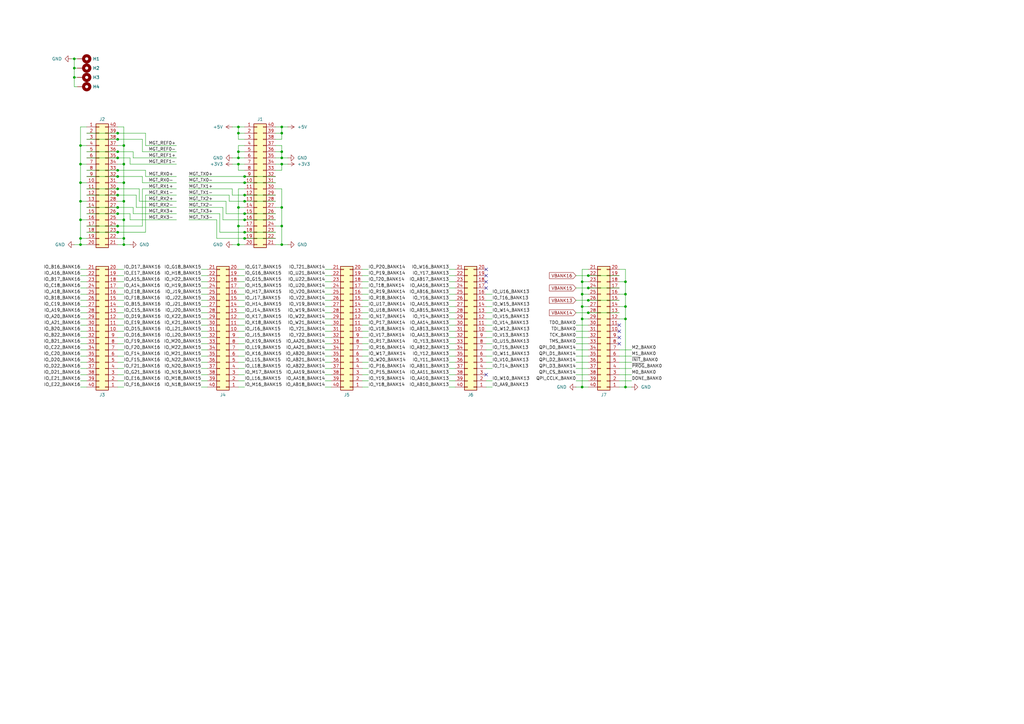
<source format=kicad_sch>
(kicad_sch (version 20250114) (generator "eeschema") (generator_version "9.0")
  (paper "A3")
  (lib_symbols
    (symbol "Connector_Generic:Conn_02x20_Counter_Clockwise" (pin_names (offset 1.016) (hide yes))
      (property "Reference" "J" (at 1.27 25.4 0))
      (property "Value" "Conn_02x20_Counter_Clockwise" (at 1.27 -27.94 0))
      (symbol "Conn_02x20_Counter_Clockwise_1_1"
        (rectangle (start -1.27 24.13) (end 3.81 -26.67) (stroke (width 0.254)) (fill (type background)))
        (rectangle (start -1.27 22.987) (end 0 22.733) (stroke (width 0.1524)))
        (rectangle (start -1.27 20.447) (end 0 20.193) (stroke (width 0.1524)))
        (rectangle (start -1.27 17.907) (end 0 17.653) (stroke (width 0.1524)))
        (rectangle (start -1.27 15.367) (end 0 15.113) (stroke (width 0.1524)))
        (rectangle (start -1.27 12.827) (end 0 12.573) (stroke (width 0.1524)))
        (rectangle (start -1.27 10.287) (end 0 10.033) (stroke (width 0.1524)))
        (rectangle (start -1.27 7.747) (end 0 7.493) (stroke (width 0.1524)))
        (rectangle (start -1.27 5.207) (end 0 4.953) (stroke (width 0.1524)))
        (rectangle (start -1.27 2.667) (end 0 2.413) (stroke (width 0.1524)))
        (rectangle (start -1.27 0.127) (end 0 -0.127) (stroke (width 0.1524)))
        (rectangle (start -1.27 -2.413) (end 0 -2.667) (stroke (width 0.1524)))
        (rectangle (start -1.27 -4.953) (end 0 -5.207) (stroke (width 0.1524)))
        (rectangle (start -1.27 -7.493) (end 0 -7.747) (stroke (width 0.1524)))
        (rectangle (start -1.27 -10.033) (end 0 -10.287) (stroke (width 0.1524)))
        (rectangle (start -1.27 -12.573) (end 0 -12.827) (stroke (width 0.1524)))
        (rectangle (start -1.27 -15.113) (end 0 -15.367) (stroke (width 0.1524)))
        (rectangle (start -1.27 -17.653) (end 0 -17.907) (stroke (width 0.1524)))
        (rectangle (start -1.27 -20.193) (end 0 -20.447) (stroke (width 0.1524)))
        (rectangle (start -1.27 -22.733) (end 0 -22.987) (stroke (width 0.1524)))
        (rectangle (start -1.27 -25.273) (end 0 -25.527) (stroke (width 0.1524)))
        (rectangle (start 3.81 22.987) (end 2.54 22.733) (stroke (width 0.1524)))
        (rectangle (start 3.81 20.447) (end 2.54 20.193) (stroke (width 0.1524)))
        (rectangle (start 3.81 17.907) (end 2.54 17.653) (stroke (width 0.1524)))
        (rectangle (start 3.81 15.367) (end 2.54 15.113) (stroke (width 0.1524)))
        (rectangle (start 3.81 12.827) (end 2.54 12.573) (stroke (width 0.1524)))
        (rectangle (start 3.81 10.287) (end 2.54 10.033) (stroke (width 0.1524)))
        (rectangle (start 3.81 7.747) (end 2.54 7.493) (stroke (width 0.1524)))
        (rectangle (start 3.81 5.207) (end 2.54 4.953) (stroke (width 0.1524)))
        (rectangle (start 3.81 2.667) (end 2.54 2.413) (stroke (width 0.1524)))
        (rectangle (start 3.81 0.127) (end 2.54 -0.127) (stroke (width 0.1524)))
        (rectangle (start 3.81 -2.413) (end 2.54 -2.667) (stroke (width 0.1524)))
        (rectangle (start 3.81 -4.953) (end 2.54 -5.207) (stroke (width 0.1524)))
        (rectangle (start 3.81 -7.493) (end 2.54 -7.747) (stroke (width 0.1524)))
        (rectangle (start 3.81 -10.033) (end 2.54 -10.287) (stroke (width 0.1524)))
        (rectangle (start 3.81 -12.573) (end 2.54 -12.827) (stroke (width 0.1524)))
        (rectangle (start 3.81 -15.113) (end 2.54 -15.367) (stroke (width 0.1524)))
        (rectangle (start 3.81 -17.653) (end 2.54 -17.907) (stroke (width 0.1524)))
        (rectangle (start 3.81 -20.193) (end 2.54 -20.447) (stroke (width 0.1524)))
        (rectangle (start 3.81 -22.733) (end 2.54 -22.987) (stroke (width 0.1524)))
        (rectangle (start 3.81 -25.273) (end 2.54 -25.527) (stroke (width 0.1524)))
        (pin passive line (at -5.08 22.86 0) (length 3.81) (name "Pin_1") (number "1"))
        (pin passive line (at -5.08 20.32 0) (length 3.81) (name "Pin_2") (number "2"))
        (pin passive line (at -5.08 17.78 0) (length 3.81) (name "Pin_3") (number "3"))
        (pin passive line (at -5.08 15.24 0) (length 3.81) (name "Pin_4") (number "4"))
        (pin passive line (at -5.08 12.7 0) (length 3.81) (name "Pin_5") (number "5"))
        (pin passive line (at -5.08 10.16 0) (length 3.81) (name "Pin_6") (number "6"))
        (pin passive line (at -5.08 7.62 0) (length 3.81) (name "Pin_7") (number "7"))
        (pin passive line (at -5.08 5.08 0) (length 3.81) (name "Pin_8") (number "8"))
        (pin passive line (at -5.08 2.54 0) (length 3.81) (name "Pin_9") (number "9"))
        (pin passive line (at -5.08 0 0) (length 3.81) (name "Pin_10") (number "10"))
        (pin passive line (at -5.08 -2.54 0) (length 3.81) (name "Pin_11") (number "11"))
        (pin passive line (at -5.08 -5.08 0) (length 3.81) (name "Pin_12") (number "12"))
        (pin passive line (at -5.08 -7.62 0) (length 3.81) (name "Pin_13") (number "13"))
        (pin passive line (at -5.08 -10.16 0) (length 3.81) (name "Pin_14") (number "14"))
        (pin passive line (at -5.08 -12.7 0) (length 3.81) (name "Pin_15") (number "15"))
        (pin passive line (at -5.08 -15.24 0) (length 3.81) (name "Pin_16") (number "16"))
        (pin passive line (at -5.08 -17.78 0) (length 3.81) (name "Pin_17") (number "17"))
        (pin passive line (at -5.08 -20.32 0) (length 3.81) (name "Pin_18") (number "18"))
        (pin passive line (at -5.08 -22.86 0) (length 3.81) (name "Pin_19") (number "19"))
        (pin passive line (at -5.08 -25.4 0) (length 3.81) (name "Pin_20") (number "20"))
        (pin passive line (at 7.62 22.86 180) (length 3.81) (name "Pin_40") (number "40"))
        (pin passive line (at 7.62 20.32 180) (length 3.81) (name "Pin_39") (number "39"))
        (pin passive line (at 7.62 17.78 180) (length 3.81) (name "Pin_38") (number "38"))
        (pin passive line (at 7.62 15.24 180) (length 3.81) (name "Pin_37") (number "37"))
        (pin passive line (at 7.62 12.7 180) (length 3.81) (name "Pin_36") (number "36"))
        (pin passive line (at 7.62 10.16 180) (length 3.81) (name "Pin_35") (number "35"))
        (pin passive line (at 7.62 7.62 180) (length 3.81) (name "Pin_34") (number "34"))
        (pin passive line (at 7.62 5.08 180) (length 3.81) (name "Pin_33") (number "33"))
        (pin passive line (at 7.62 2.54 180) (length 3.81) (name "Pin_32") (number "32"))
        (pin passive line (at 7.62 0 180) (length 3.81) (name "Pin_31") (number "31"))
        (pin passive line (at 7.62 -2.54 180) (length 3.81) (name "Pin_30") (number "30"))
        (pin passive line (at 7.62 -5.08 180) (length 3.81) (name "Pin_29") (number "29"))
        (pin passive line (at 7.62 -7.62 180) (length 3.81) (name "Pin_28") (number "28"))
        (pin passive line (at 7.62 -10.16 180) (length 3.81) (name "Pin_27") (number "27"))
        (pin passive line (at 7.62 -12.7 180) (length 3.81) (name "Pin_26") (number "26"))
        (pin passive line (at 7.62 -15.24 180) (length 3.81) (name "Pin_25") (number "25"))
        (pin passive line (at 7.62 -17.78 180) (length 3.81) (name "Pin_24") (number "24"))
        (pin passive line (at 7.62 -20.32 180) (length 3.81) (name "Pin_23") (number "23"))
        (pin passive line (at 7.62 -22.86 180) (length 3.81) (name "Pin_22") (number "22"))
        (pin passive line (at 7.62 -25.4 180) (length 3.81) (name "Pin_21") (number "21"))
      )
    )
    (symbol "Mechanical:MountingHole_Pad" (pin_numbers (hide yes)) (pin_names (offset 1.016) (hide yes)) (in_bom no)
      (property "Reference" "H" (at 0 6.35 0))
      (property "Value" "MountingHole_Pad" (at 0 4.445 0))
      (symbol "MountingHole_Pad_0_1"
        (circle (center 0 1.27) (radius 1.27) (stroke (width 1.27)))
      )
      (symbol "MountingHole_Pad_1_1"
        (pin input line (at 0 -2.54 90) (length 2.54) (name "1") (number "1"))
      )
    )
    (symbol "power:+3V3" (power) (pin_numbers (hide yes)) (pin_names (offset 0) (hide yes))
      (property "Value" "+3V3" (at 0 3.556 0))
      (symbol "+3V3_0_1"
        (polyline (pts (xy -0.762 1.27) (xy 0 2.54)))
        (polyline (pts (xy 0 2.54) (xy 0.762 1.27)))
        (polyline (pts (xy 0 0) (xy 0 2.54)))
      )
      (symbol "+3V3_1_1"
        (pin power_in line (at 0 0 90) (length 0) (name "~") (number "1"))
      )
    )
    (symbol "power:+5V" (power) (pin_numbers (hide yes)) (pin_names (offset 0) (hide yes))
      (property "Value" "+5V" (at 0 3.556 0))
      (symbol "+5V_0_1"
        (polyline (pts (xy -0.762 1.27) (xy 0 2.54)))
        (polyline (pts (xy 0 2.54) (xy 0.762 1.27)))
        (polyline (pts (xy 0 0) (xy 0 2.54)))
      )
      (symbol "+5V_1_1"
        (pin power_in line (at 0 0 90) (length 0) (name "~") (number "1"))
      )
    )
    (symbol "power:GND" (power) (pin_numbers (hide yes)) (pin_names (offset 0) (hide yes))
      (property "Value" "GND" (at 0 -3.81 0))
      (symbol "GND_0_1"
        (polyline (pts (xy 0 0) (xy 0 -1.27) (xy 1.27 -1.27) (xy 0 -2.54) (xy -1.27 -1.27) (xy 0 -1.27)))
      )
      (symbol "GND_1_1"
        (pin power_in line (at 0 0 270) (length 0) (name "~") (number "1"))
      )
    )
  )
  (junction (at 30.48 27.94))
  (junction (at 115.57 52.07))
  (junction (at 241.3 123.19))
  (junction (at 48.26 87.63))
  (junction (at 97.79 67.31))
  (junction (at 33.02 97.79))
  (junction (at 48.26 80.01))
  (junction (at 238.76 115.57))
  (junction (at 33.02 67.31))
  (junction (at 33.02 100.33))
  (junction (at 97.79 85.09))
  (junction (at 100.33 95.25))
  (junction (at 238.76 130.81))
  (junction (at 48.26 57.15))
  (junction (at 115.57 54.61))
  (junction (at 256.54 120.65))
  (junction (at 241.3 118.11))
  (junction (at 115.57 100.33))
  (junction (at 48.26 64.77))
  (junction (at 97.79 64.77))
  (junction (at 48.26 92.71))
  (junction (at 48.26 95.25))
  (junction (at 256.54 115.57))
  (junction (at 241.3 128.27))
  (junction (at 241.3 113.03))
  (junction (at 100.33 80.01))
  (junction (at 100.33 87.63))
  (junction (at 115.57 62.23))
  (junction (at 48.26 62.23))
  (junction (at 97.79 52.07))
  (junction (at 50.8 90.17))
  (junction (at 33.02 90.17))
  (junction (at 50.8 59.69))
  (junction (at 30.48 24.13))
  (junction (at 256.54 130.81))
  (junction (at 33.02 74.93))
  (junction (at 256.54 158.75))
  (junction (at 50.8 67.31))
  (junction (at 48.26 72.39))
  (junction (at 97.79 62.23))
  (junction (at 97.79 54.61))
  (junction (at 100.33 82.55))
  (junction (at 100.33 72.39))
  (junction (at 48.26 69.85))
  (junction (at 100.33 90.17))
  (junction (at 97.79 100.33))
  (junction (at 50.8 74.93))
  (junction (at 115.57 92.71))
  (junction (at 115.57 85.09))
  (junction (at 48.26 77.47))
  (junction (at 115.57 64.77))
  (junction (at 50.8 97.79))
  (junction (at 50.8 82.55))
  (junction (at 50.8 100.33))
  (junction (at 48.26 54.61))
  (junction (at 30.48 31.75))
  (junction (at 238.76 158.75))
  (junction (at 100.33 97.79))
  (junction (at 238.76 120.65))
  (junction (at 33.02 82.55))
  (junction (at 48.26 85.09))
  (junction (at 100.33 74.93))
  (junction (at 115.57 67.31))
  (junction (at 256.54 125.73))
  (junction (at 97.79 92.71))
  (junction (at 33.02 59.69))
  (junction (at 238.76 125.73))
  (no_connect (at 254 135.89))
  (no_connect (at 199.39 115.57))
  (no_connect (at 254 133.35))
  (no_connect (at 254 140.97))
  (no_connect (at 199.39 153.67))
  (no_connect (at 199.39 110.49))
  (no_connect (at 199.39 118.11))
  (no_connect (at 199.39 113.03))
  (no_connect (at 254 138.43))
  (wire (pts (xy 148.59 151.13) (xy 151.13 151.13)))
  (wire (pts (xy 55.88 85.09) (xy 55.88 80.01)))
  (wire (pts (xy 236.22 138.43) (xy 241.3 138.43)))
  (wire (pts (xy 199.39 128.27) (xy 201.93 128.27)))
  (wire (pts (xy 97.79 118.11) (xy 100.33 118.11)))
  (wire (pts (xy 33.02 153.67) (xy 35.56 153.67)))
  (wire (pts (xy 97.79 77.47) (xy 100.33 77.47)))
  (wire (pts (xy 77.47 82.55) (xy 92.71 82.55)))
  (wire (pts (xy 238.76 115.57) (xy 238.76 110.49)))
  (wire (pts (xy 100.33 82.55) (xy 93.98 82.55)))
  (wire (pts (xy 184.15 156.21) (xy 186.69 156.21)))
  (wire (pts (xy 97.79 153.67) (xy 100.33 153.67)))
  (wire (pts (xy 199.39 158.75) (xy 201.93 158.75)))
  (wire (pts (xy 199.39 148.59) (xy 201.93 148.59)))
  (wire (pts (xy 241.3 128.27) (xy 254 128.27)))
  (wire (pts (xy 97.79 120.65) (xy 100.33 120.65)))
  (wire (pts (xy 82.55 148.59) (xy 85.09 148.59)))
  (wire (pts (xy 48.26 140.97) (xy 50.8 140.97)))
  (wire (pts (xy 90.17 95.25) (xy 90.17 87.63)))
  (wire (pts (xy 33.02 156.21) (xy 35.56 156.21)))
  (wire (pts (xy 77.47 77.47) (xy 95.25 77.47)))
  (wire (pts (xy 133.35 146.05) (xy 135.89 146.05)))
  (wire (pts (xy 118.11 67.31) (xy 115.57 67.31)))
  (wire (pts (xy 201.93 143.51) (xy 199.39 143.51)))
  (wire (pts (xy 97.79 130.81) (xy 100.33 130.81)))
  (wire (pts (xy 201.93 151.13) (xy 199.39 151.13)))
  (wire (pts (xy 33.02 90.17) (xy 35.56 90.17)))
  (wire (pts (xy 259.08 153.67) (xy 254 153.67)))
  (wire (pts (xy 93.98 82.55) (xy 93.98 80.01)))
  (wire (pts (xy 259.08 148.59) (xy 254 148.59)))
  (wire (pts (xy 148.59 143.51) (xy 151.13 143.51)))
  (wire (pts (xy 33.02 74.93) (xy 35.56 74.93)))
  (wire (pts (xy 148.59 128.27) (xy 151.13 128.27)))
  (wire (pts (xy 48.26 115.57) (xy 50.8 115.57)))
  (wire (pts (xy 59.69 95.25) (xy 48.26 95.25)))
  (wire (pts (xy 31.75 35.56) (xy 30.48 35.56)))
  (wire (pts (xy 97.79 138.43) (xy 100.33 138.43)))
  (wire (pts (xy 82.55 133.35) (xy 85.09 133.35)))
  (wire (pts (xy 97.79 115.57) (xy 100.33 115.57)))
  (wire (pts (xy 97.79 57.15) (xy 100.33 57.15)))
  (wire (pts (xy 50.8 100.33) (xy 50.8 97.79)))
  (wire (pts (xy 48.26 100.33) (xy 50.8 100.33)))
  (wire (pts (xy 184.15 148.59) (xy 186.69 148.59)))
  (wire (pts (xy 59.69 59.69) (xy 72.39 59.69)))
  (wire (pts (xy 115.57 59.69) (xy 113.03 59.69)))
  (wire (pts (xy 48.26 143.51) (xy 50.8 143.51)))
  (wire (pts (xy 33.02 97.79) (xy 35.56 97.79)))
  (wire (pts (xy 148.59 146.05) (xy 151.13 146.05)))
  (wire (pts (xy 238.76 130.81) (xy 241.3 130.81)))
  (wire (pts (xy 238.76 125.73) (xy 241.3 125.73)))
  (wire (pts (xy 35.56 62.23) (xy 48.26 62.23)))
  (wire (pts (xy 148.59 133.35) (xy 151.13 133.35)))
  (wire (pts (xy 97.79 85.09) (xy 100.33 85.09)))
  (wire (pts (xy 97.79 158.75) (xy 100.33 158.75)))
  (wire (pts (xy 133.35 118.11) (xy 135.89 118.11)))
  (wire (pts (xy 30.48 35.56) (xy 30.48 31.75)))
  (wire (pts (xy 97.79 62.23) (xy 97.79 64.77)))
  (wire (pts (xy 148.59 130.81) (xy 151.13 130.81)))
  (wire (pts (xy 115.57 67.31) (xy 113.03 67.31)))
  (wire (pts (xy 199.39 138.43) (xy 201.93 138.43)))
  (wire (pts (xy 33.02 113.03) (xy 35.56 113.03)))
  (wire (pts (xy 133.35 143.51) (xy 135.89 143.51)))
  (wire (pts (xy 82.55 135.89) (xy 85.09 135.89)))
  (wire (pts (xy 50.8 52.07) (xy 50.8 59.69)))
  (wire (pts (xy 35.56 57.15) (xy 48.26 57.15)))
  (wire (pts (xy 48.26 138.43) (xy 50.8 138.43)))
  (wire (pts (xy 148.59 158.75) (xy 151.13 158.75)))
  (wire (pts (xy 236.22 151.13) (xy 241.3 151.13)))
  (wire (pts (xy 100.33 90.17) (xy 91.44 90.17)))
  (wire (pts (xy 33.02 158.75) (xy 35.56 158.75)))
  (wire (pts (xy 35.56 54.61) (xy 48.26 54.61)))
  (wire (pts (xy 97.79 123.19) (xy 100.33 123.19)))
  (wire (pts (xy 35.56 69.85) (xy 48.26 69.85)))
  (wire (pts (xy 148.59 140.97) (xy 151.13 140.97)))
  (wire (pts (xy 50.8 90.17) (xy 50.8 97.79)))
  (wire (pts (xy 33.02 125.73) (xy 35.56 125.73)))
  (wire (pts (xy 33.02 74.93) (xy 33.02 82.55)))
  (wire (pts (xy 50.8 59.69) (xy 48.26 59.69)))
  (wire (pts (xy 97.79 54.61) (xy 97.79 57.15)))
  (wire (pts (xy 97.79 156.21) (xy 100.33 156.21)))
  (wire (pts (xy 82.55 153.67) (xy 85.09 153.67)))
  (wire (pts (xy 100.33 87.63) (xy 92.71 87.63)))
  (wire (pts (xy 256.54 158.75) (xy 259.08 158.75)))
  (wire (pts (xy 53.34 67.31) (xy 72.39 67.31)))
  (wire (pts (xy 82.55 156.21) (xy 85.09 156.21)))
  (wire (pts (xy 148.59 138.43) (xy 151.13 138.43)))
  (wire (pts (xy 53.34 87.63) (xy 53.34 90.17)))
  (wire (pts (xy 97.79 64.77) (xy 100.33 64.77)))
  (wire (pts (xy 184.15 153.67) (xy 186.69 153.67)))
  (wire (pts (xy 55.88 80.01) (xy 48.26 80.01)))
  (wire (pts (xy 100.33 80.01) (xy 113.03 80.01)))
  (wire (pts (xy 82.55 151.13) (xy 85.09 151.13)))
  (wire (pts (xy 82.55 138.43) (xy 85.09 138.43)))
  (wire (pts (xy 50.8 97.79) (xy 48.26 97.79)))
  (wire (pts (xy 184.15 128.27) (xy 186.69 128.27)))
  (wire (pts (xy 184.15 151.13) (xy 186.69 151.13)))
  (wire (pts (xy 236.22 146.05) (xy 241.3 146.05)))
  (wire (pts (xy 92.71 87.63) (xy 92.71 82.55)))
  (wire (pts (xy 184.15 140.97) (xy 186.69 140.97)))
  (wire (pts (xy 95.25 64.77) (xy 97.79 64.77)))
  (wire (pts (xy 256.54 130.81) (xy 256.54 125.73)))
  (wire (pts (xy 48.26 133.35) (xy 50.8 133.35)))
  (wire (pts (xy 72.39 82.55) (xy 57.15 82.55)))
  (wire (pts (xy 33.02 59.69) (xy 33.02 67.31)))
  (wire (pts (xy 97.79 85.09) (xy 97.79 92.71)))
  (wire (pts (xy 97.79 143.51) (xy 100.33 143.51)))
  (wire (pts (xy 57.15 77.47) (xy 48.26 77.47)))
  (wire (pts (xy 48.26 69.85) (xy 59.69 69.85)))
  (wire (pts (xy 54.61 64.77) (xy 72.39 64.77)))
  (wire (pts (xy 35.56 87.63) (xy 48.26 87.63)))
  (wire (pts (xy 30.48 27.94) (xy 30.48 24.13)))
  (wire (pts (xy 238.76 120.65) (xy 238.76 115.57)))
  (wire (pts (xy 33.02 130.81) (xy 35.56 130.81)))
  (wire (pts (xy 95.25 52.07) (xy 97.79 52.07)))
  (wire (pts (xy 133.35 156.21) (xy 135.89 156.21)))
  (wire (pts (xy 238.76 115.57) (xy 241.3 115.57)))
  (wire (pts (xy 133.35 128.27) (xy 135.89 128.27)))
  (wire (pts (xy 97.79 67.31) (xy 100.33 67.31)))
  (wire (pts (xy 95.25 80.01) (xy 95.25 77.47)))
  (wire (pts (xy 259.08 146.05) (xy 254 146.05)))
  (wire (pts (xy 35.56 77.47) (xy 48.26 77.47)))
  (wire (pts (xy 236.22 153.67) (xy 241.3 153.67)))
  (wire (pts (xy 72.39 80.01) (xy 59.69 80.01)))
  (wire (pts (xy 148.59 135.89) (xy 151.13 135.89)))
  (wire (pts (xy 113.03 64.77) (xy 115.57 64.77)))
  (wire (pts (xy 82.55 115.57) (xy 85.09 115.57)))
  (wire (pts (xy 48.26 64.77) (xy 53.34 64.77)))
  (wire (pts (xy 113.03 100.33) (xy 115.57 100.33)))
  (wire (pts (xy 100.33 72.39) (xy 113.03 72.39)))
  (wire (pts (xy 100.33 87.63) (xy 113.03 87.63)))
  (wire (pts (xy 48.26 153.67) (xy 50.8 153.67)))
  (wire (pts (xy 30.48 31.75) (xy 31.75 31.75)))
  (wire (pts (xy 97.79 52.07) (xy 100.33 52.07)))
  (wire (pts (xy 115.57 100.33) (xy 118.11 100.33)))
  (wire (pts (xy 54.61 85.09) (xy 54.61 87.63)))
  (wire (pts (xy 48.26 130.81) (xy 50.8 130.81)))
  (wire (pts (xy 82.55 125.73) (xy 85.09 125.73)))
  (wire (pts (xy 238.76 158.75) (xy 241.3 158.75)))
  (wire (pts (xy 236.22 118.11) (xy 241.3 118.11)))
  (wire (pts (xy 48.26 151.13) (xy 50.8 151.13)))
  (wire (pts (xy 97.79 146.05) (xy 100.33 146.05)))
  (wire (pts (xy 48.26 57.15) (xy 58.42 57.15)))
  (wire (pts (xy 201.93 140.97) (xy 199.39 140.97)))
  (wire (pts (xy 33.02 146.05) (xy 35.56 146.05)))
  (wire (pts (xy 100.33 82.55) (xy 113.03 82.55)))
  (wire (pts (xy 48.26 120.65) (xy 50.8 120.65)))
  (wire (pts (xy 77.47 80.01) (xy 93.98 80.01)))
  (wire (pts (xy 256.54 120.65) (xy 256.54 115.57)))
  (wire (pts (xy 97.79 52.07) (xy 97.79 54.61)))
  (wire (pts (xy 115.57 85.09) (xy 115.57 92.71)))
  (wire (pts (xy 133.35 133.35) (xy 135.89 133.35)))
  (wire (pts (xy 100.33 97.79) (xy 88.9 97.79)))
  (wire (pts (xy 58.42 92.71) (xy 48.26 92.71)))
  (wire (pts (xy 33.02 135.89) (xy 35.56 135.89)))
  (wire (pts (xy 48.26 135.89) (xy 50.8 135.89)))
  (wire (pts (xy 88.9 97.79) (xy 88.9 90.17)))
  (wire (pts (xy 238.76 158.75) (xy 238.76 130.81)))
  (wire (pts (xy 100.33 80.01) (xy 95.25 80.01)))
  (wire (pts (xy 59.69 69.85) (xy 59.69 72.39)))
  (wire (pts (xy 115.57 54.61) (xy 113.03 54.61)))
  (wire (pts (xy 133.35 113.03) (xy 135.89 113.03)))
  (wire (pts (xy 184.15 125.73) (xy 186.69 125.73)))
  (wire (pts (xy 50.8 82.55) (xy 48.26 82.55)))
  (wire (pts (xy 148.59 115.57) (xy 151.13 115.57)))
  (wire (pts (xy 33.02 123.19) (xy 35.56 123.19)))
  (wire (pts (xy 236.22 128.27) (xy 241.3 128.27)))
  (wire (pts (xy 97.79 67.31) (xy 97.79 69.85)))
  (wire (pts (xy 59.69 72.39) (xy 72.39 72.39)))
  (wire (pts (xy 30.48 27.94) (xy 31.75 27.94)))
  (wire (pts (xy 33.02 82.55) (xy 35.56 82.55)))
  (wire (pts (xy 57.15 82.55) (xy 57.15 77.47)))
  (wire (pts (xy 256.54 125.73) (xy 254 125.73)))
  (wire (pts (xy 256.54 130.81) (xy 254 130.81)))
  (wire (pts (xy 118.11 52.07) (xy 115.57 52.07)))
  (wire (pts (xy 58.42 57.15) (xy 58.42 62.23)))
  (wire (pts (xy 50.8 74.93) (xy 48.26 74.93)))
  (wire (pts (xy 236.22 113.03) (xy 241.3 113.03)))
  (wire (pts (xy 33.02 100.33) (xy 33.02 97.79)))
  (wire (pts (xy 133.35 138.43) (xy 135.89 138.43)))
  (wire (pts (xy 54.61 85.09) (xy 48.26 85.09)))
  (wire (pts (xy 133.35 115.57) (xy 135.89 115.57)))
  (wire (pts (xy 199.39 133.35) (xy 201.93 133.35)))
  (wire (pts (xy 259.08 151.13) (xy 254 151.13)))
  (wire (pts (xy 238.76 125.73) (xy 238.76 120.65)))
  (wire (pts (xy 53.34 64.77) (xy 53.34 67.31)))
  (wire (pts (xy 33.02 67.31) (xy 35.56 67.31)))
  (wire (pts (xy 241.3 118.11) (xy 254 118.11)))
  (wire (pts (xy 97.79 110.49) (xy 100.33 110.49)))
  (wire (pts (xy 50.8 59.69) (xy 50.8 67.31)))
  (wire (pts (xy 48.26 146.05) (xy 50.8 146.05)))
  (wire (pts (xy 30.48 31.75) (xy 30.48 27.94)))
  (wire (pts (xy 91.44 90.17) (xy 91.44 85.09)))
  (wire (pts (xy 48.26 72.39) (xy 58.42 72.39)))
  (wire (pts (xy 115.57 92.71) (xy 115.57 100.33)))
  (wire (pts (xy 184.15 133.35) (xy 186.69 133.35)))
  (wire (pts (xy 48.26 87.63) (xy 53.34 87.63)))
  (wire (pts (xy 58.42 74.93) (xy 72.39 74.93)))
  (wire (pts (xy 33.02 82.55) (xy 33.02 90.17)))
  (wire (pts (xy 115.57 54.61) (xy 115.57 57.15)))
  (wire (pts (xy 33.02 118.11) (xy 35.56 118.11)))
  (wire (pts (xy 97.79 135.89) (xy 100.33 135.89)))
  (wire (pts (xy 48.26 148.59) (xy 50.8 148.59)))
  (wire (pts (xy 113.03 92.71) (xy 115.57 92.71)))
  (wire (pts (xy 82.55 118.11) (xy 85.09 118.11)))
  (wire (pts (xy 184.15 115.57) (xy 186.69 115.57)))
  (wire (pts (xy 115.57 62.23) (xy 113.03 62.23)))
  (wire (pts (xy 33.02 90.17) (xy 33.02 97.79)))
  (wire (pts (xy 97.79 151.13) (xy 100.33 151.13)))
  (wire (pts (xy 33.02 67.31) (xy 33.02 74.93)))
  (wire (pts (xy 133.35 158.75) (xy 135.89 158.75)))
  (wire (pts (xy 199.39 135.89) (xy 201.93 135.89)))
  (wire (pts (xy 259.08 143.51) (xy 254 143.51)))
  (wire (pts (xy 82.55 128.27) (xy 85.09 128.27)))
  (wire (pts (xy 256.54 125.73) (xy 256.54 120.65)))
  (wire (pts (xy 236.22 140.97) (xy 241.3 140.97)))
  (wire (pts (xy 48.26 110.49) (xy 50.8 110.49)))
  (wire (pts (xy 133.35 123.19) (xy 135.89 123.19)))
  (wire (pts (xy 118.11 64.77) (xy 115.57 64.77)))
  (wire (pts (xy 236.22 133.35) (xy 241.3 133.35)))
  (wire (pts (xy 256.54 115.57) (xy 254 115.57)))
  (wire (pts (xy 35.56 72.39) (xy 48.26 72.39)))
  (wire (pts (xy 148.59 125.73) (xy 151.13 125.73)))
  (wire (pts (xy 133.35 110.49) (xy 135.89 110.49)))
  (wire (pts (xy 115.57 64.77) (xy 115.57 62.23)))
  (wire (pts (xy 54.61 87.63) (xy 72.39 87.63)))
  (wire (pts (xy 256.54 115.57) (xy 256.54 110.49)))
  (wire (pts (xy 35.56 64.77) (xy 48.26 64.77)))
  (wire (pts (xy 33.02 115.57) (xy 35.56 115.57)))
  (wire (pts (xy 97.79 54.61) (xy 100.33 54.61)))
  (wire (pts (xy 54.61 62.23) (xy 54.61 64.77)))
  (wire (pts (xy 77.47 74.93) (xy 100.33 74.93)))
  (wire (pts (xy 133.35 153.67) (xy 135.89 153.67)))
  (wire (pts (xy 33.02 140.97) (xy 35.56 140.97)))
  (wire (pts (xy 236.22 158.75) (xy 238.76 158.75)))
  (wire (pts (xy 115.57 52.07) (xy 115.57 54.61)))
  (wire (pts (xy 50.8 67.31) (xy 48.26 67.31)))
  (wire (pts (xy 115.57 77.47) (xy 115.57 85.09)))
  (wire (pts (xy 199.39 130.81) (xy 201.93 130.81)))
  (wire (pts (xy 50.8 100.33) (xy 53.34 100.33)))
  (wire (pts (xy 35.56 52.07) (xy 33.02 52.07)))
  (wire (pts (xy 148.59 118.11) (xy 151.13 118.11)))
  (wire (pts (xy 97.79 59.69) (xy 97.79 62.23)))
  (wire (pts (xy 148.59 120.65) (xy 151.13 120.65)))
  (wire (pts (xy 199.39 125.73) (xy 201.93 125.73)))
  (wire (pts (xy 133.35 140.97) (xy 135.89 140.97)))
  (wire (pts (xy 50.8 74.93) (xy 50.8 82.55)))
  (wire (pts (xy 82.55 146.05) (xy 85.09 146.05)))
  (wire (pts (xy 184.15 130.81) (xy 186.69 130.81)))
  (wire (pts (xy 133.35 151.13) (xy 135.89 151.13)))
  (wire (pts (xy 100.33 95.25) (xy 113.03 95.25)))
  (wire (pts (xy 97.79 113.03) (xy 100.33 113.03)))
  (wire (pts (xy 256.54 110.49) (xy 254 110.49)))
  (wire (pts (xy 48.26 156.21) (xy 50.8 156.21)))
  (wire (pts (xy 48.26 113.03) (xy 50.8 113.03)))
  (wire (pts (xy 30.48 100.33) (xy 33.02 100.33)))
  (wire (pts (xy 30.48 24.13) (xy 31.75 24.13)))
  (wire (pts (xy 133.35 120.65) (xy 135.89 120.65)))
  (wire (pts (xy 82.55 123.19) (xy 85.09 123.19)))
  (wire (pts (xy 95.25 67.31) (xy 97.79 67.31)))
  (wire (pts (xy 97.79 69.85) (xy 100.33 69.85)))
  (wire (pts (xy 201.93 120.65) (xy 199.39 120.65)))
  (wire (pts (xy 48.26 118.11) (xy 50.8 118.11)))
  (wire (pts (xy 148.59 148.59) (xy 151.13 148.59)))
  (wire (pts (xy 95.25 100.33) (xy 97.79 100.33)))
  (wire (pts (xy 238.76 110.49) (xy 241.3 110.49)))
  (wire (pts (xy 184.15 120.65) (xy 186.69 120.65)))
  (wire (pts (xy 82.55 143.51) (xy 85.09 143.51)))
  (wire (pts (xy 148.59 153.67) (xy 151.13 153.67)))
  (wire (pts (xy 100.33 90.17) (xy 113.03 90.17)))
  (wire (pts (xy 72.39 77.47) (xy 58.42 77.47)))
  (wire (pts (xy 259.08 156.21) (xy 254 156.21)))
  (wire (pts (xy 133.35 130.81) (xy 135.89 130.81)))
  (wire (pts (xy 184.15 123.19) (xy 186.69 123.19)))
  (wire (pts (xy 100.33 100.33) (xy 97.79 100.33)))
  (wire (pts (xy 238.76 130.81) (xy 238.76 125.73)))
  (wire (pts (xy 184.15 158.75) (xy 186.69 158.75)))
  (wire (pts (xy 82.55 130.81) (xy 85.09 130.81)))
  (wire (pts (xy 115.57 52.07) (xy 113.03 52.07)))
  (wire (pts (xy 256.54 120.65) (xy 254 120.65)))
  (wire (pts (xy 238.76 120.65) (xy 241.3 120.65)))
  (wire (pts (xy 48.26 123.19) (xy 50.8 123.19)))
  (wire (pts (xy 201.93 123.19) (xy 199.39 123.19)))
  (wire (pts (xy 184.15 138.43) (xy 186.69 138.43)))
  (wire (pts (xy 33.02 128.27) (xy 35.56 128.27)))
  (wire (pts (xy 48.26 62.23) (xy 54.61 62.23)))
  (wire (pts (xy 48.26 158.75) (xy 50.8 158.75)))
  (wire (pts (xy 35.56 85.09) (xy 48.26 85.09)))
  (wire (pts (xy 35.56 92.71) (xy 48.26 92.71)))
  (wire (pts (xy 236.22 143.51) (xy 241.3 143.51)))
  (wire (pts (xy 236.22 148.59) (xy 241.3 148.59)))
  (wire (pts (xy 50.8 82.55) (xy 50.8 90.17)))
  (wire (pts (xy 55.88 85.09) (xy 72.39 85.09)))
  (wire (pts (xy 115.57 62.23) (xy 115.57 59.69)))
  (wire (pts (xy 82.55 113.03) (xy 85.09 113.03)))
  (wire (pts (xy 50.8 90.17) (xy 48.26 90.17)))
  (wire (pts (xy 184.15 146.05) (xy 186.69 146.05)))
  (wire (pts (xy 59.69 54.61) (xy 59.69 59.69)))
  (wire (pts (xy 184.15 143.51) (xy 186.69 143.51)))
  (wire (pts (xy 97.79 148.59) (xy 100.33 148.59)))
  (wire (pts (xy 254 158.75) (xy 256.54 158.75)))
  (wire (pts (xy 97.79 77.47) (xy 97.79 85.09)))
  (wire (pts (xy 48.26 52.07) (xy 50.8 52.07)))
  (wire (pts (xy 184.15 110.49) (xy 186.69 110.49)))
  (wire (pts (xy 35.56 95.25) (xy 48.26 95.25)))
  (wire (pts (xy 256.54 158.75) (xy 256.54 130.81)))
  (wire (pts (xy 100.33 95.25) (xy 90.17 95.25)))
  (wire (pts (xy 113.03 85.09) (xy 115.57 85.09)))
  (wire (pts (xy 50.8 67.31) (xy 50.8 74.93)))
  (wire (pts (xy 48.26 125.73) (xy 50.8 125.73)))
  (wire (pts (xy 33.02 120.65) (xy 35.56 120.65)))
  (wire (pts (xy 133.35 135.89) (xy 135.89 135.89)))
  (wire (pts (xy 97.79 128.27) (xy 100.33 128.27)))
  (wire (pts (xy 33.02 52.07) (xy 33.02 59.69)))
  (wire (pts (xy 241.3 123.19) (xy 254 123.19)))
  (wire (pts (xy 82.55 110.49) (xy 85.09 110.49)))
  (wire (pts (xy 48.26 54.61) (xy 59.69 54.61)))
  (wire (pts (xy 82.55 120.65) (xy 85.09 120.65)))
  (wire (pts (xy 100.33 74.93) (xy 113.03 74.93)))
  (wire (pts (xy 100.33 59.69) (xy 97.79 59.69)))
  (wire (pts (xy 97.79 92.71) (xy 100.33 92.71)))
  (wire (pts (xy 148.59 123.19) (xy 151.13 123.19)))
  (wire (pts (xy 35.56 80.01) (xy 48.26 80.01)))
  (wire (pts (xy 82.55 158.75) (xy 85.09 158.75)))
  (wire (pts (xy 236.22 135.89) (xy 241.3 135.89)))
  (wire (pts (xy 58.42 77.47) (xy 58.42 92.71)))
  (wire (pts (xy 33.02 143.51) (xy 35.56 143.51)))
  (wire (pts (xy 148.59 113.03) (xy 151.13 113.03)))
  (wire (pts (xy 33.02 59.69) (xy 35.56 59.69)))
  (wire (pts (xy 97.79 125.73) (xy 100.33 125.73)))
  (wire (pts (xy 133.35 125.73) (xy 135.89 125.73)))
  (wire (pts (xy 97.79 92.71) (xy 97.79 100.33)))
  (wire (pts (xy 58.42 72.39) (xy 58.42 74.93)))
  (wire (pts (xy 241.3 113.03) (xy 254 113.03)))
  (wire (pts (xy 115.57 67.31) (xy 115.57 69.85)))
  (wire (pts (xy 29.21 24.13) (xy 30.48 24.13)))
  (wire (pts (xy 184.15 135.89) (xy 186.69 135.89)))
  (wire (pts (xy 33.02 151.13) (xy 35.56 151.13)))
  (wire (pts (xy 97.79 133.35) (xy 100.33 133.35)))
  (wire (pts (xy 184.15 113.03) (xy 186.69 113.03)))
  (wire (pts (xy 148.59 110.49) (xy 151.13 110.49)))
  (wire (pts (xy 148.59 156.21) (xy 151.13 156.21)))
  (wire (pts (xy 48.26 128.27) (xy 50.8 128.27)))
  (wire (pts (xy 33.02 148.59) (xy 35.56 148.59)))
  (wire (pts (xy 115.57 57.15) (xy 113.03 57.15)))
  (wire (pts (xy 113.03 77.47) (xy 115.57 77.47)))
  (wire (pts (xy 33.02 133.35) (xy 35.56 133.35)))
  (wire (pts (xy 53.34 90.17) (xy 72.39 90.17)))
  (wire (pts (xy 199.39 146.05) (xy 201.93 146.05)))
  (wire (pts (xy 59.69 80.01) (xy 59.69 95.25)))
  (wire (pts (xy 97.79 62.23) (xy 100.33 62.23)))
  (wire (pts (xy 236.22 156.21) (xy 241.3 156.21)))
  (wire (pts (xy 236.22 123.19) (xy 241.3 123.19)))
  (wire (pts (xy 77.47 87.63) (xy 90.17 87.63)))
  (wire (pts (xy 100.33 97.79) (xy 113.03 97.79)))
  (wire (pts (xy 35.56 100.33) (xy 33.02 100.33)))
  (wire (pts (xy 133.35 148.59) (xy 135.89 148.59)))
  (wire (pts (xy 82.55 140.97) (xy 85.09 140.97)))
  (wire (pts (xy 115.57 69.85) (xy 113.03 69.85)))
  (wire (pts (xy 97.79 140.97) (xy 100.33 140.97)))
  (wire (pts (xy 77.47 85.09) (xy 91.44 85.09)))
  (wire (pts (xy 33.02 110.49) (xy 35.56 110.49)))
  (wire (pts (xy 77.47 90.17) (xy 88.9 90.17)))
  (wire (pts (xy 77.47 72.39) (xy 100.33 72.39)))
  (wire (pts (xy 33.02 138.43) (xy 35.56 138.43)))
  (wire (pts (xy 58.42 62.23) (xy 72.39 62.23)))
  (wire (pts (xy 184.15 118.11) (xy 186.69 118.11)))
  (wire (pts (xy 199.39 156.21) (xy 201.93 156.21)))
  (label "IO_AB13_BANK13" (at 184.15 135.89 180))
  (label "IO_B16_BANK16" (at 33.02 110.49 180))
  (label "IO_U17_BANK14" (at 151.13 125.73 0))
  (label "IO_Y16_BANK13" (at 184.15 123.19 180))
  (label "IO_N19_BANK15" (at 82.55 153.67 180))
  (label "IO_F20_BANK16" (at 50.8 143.51 0))
  (label "QPI_CCLK_BANK0" (at 236.22 156.21 180))
  (label "IO_K18_BANK15" (at 100.33 133.35 0))
  (label "IO_D20_BANK16" (at 33.02 148.59 180))
  (label "IO_F15_BANK16" (at 50.8 148.59 0))
  (label "IO_A21_BANK16" (at 33.02 133.35 180))
  (label "IO_J15_BANK15" (at 100.33 138.43 0))
  (label "MGT_REF1-" (at 60.96 67.31 0))
  (label "MGT_RX2-" (at 60.96 85.09 0))
  (label "IO_M20_BANK15" (at 82.55 140.97 180))
  (label "IO_AB12_BANK13" (at 184.15 143.51 180))
  (label "IO_W21_BANK14" (at 133.35 133.35 180))
  (label "~{INIT}_BANK0" (at 259.08 148.59 0))
  (label "MGT_TX3+" (at 77.47 87.63 0))
  (label "IO_V18_BANK14" (at 151.13 135.89 0))
  (label "MGT_REF1+" (at 60.96 64.77 0))
  (label "QPI_D1_BANK14" (at 236.22 146.05 180))
  (label "IO_W19_BANK14" (at 133.35 128.27 180))
  (label "IO_L20_BANK15" (at 82.55 138.43 180))
  (label "IO_Y22_BANK14" (at 133.35 138.43 180))
  (label "IO_B17_BANK16" (at 33.02 115.57 180))
  (label "IO_W11_BANK13" (at 201.93 146.05 0))
  (label "QPI_D0_BANK14" (at 236.22 143.51 180))
  (label "M0_BANK0" (at 259.08 153.67 0))
  (label "IO_AA15_BANK13" (at 184.15 125.73 180))
  (label "QPI_D3_BANK14" (at 236.22 151.13 180))
  (label "MGT_RX3+" (at 60.96 87.63 0))
  (label "IO_AA18_BANK14" (at 133.35 156.21 180))
  (label "MGT_TX0-" (at 77.47 74.93 0))
  (label "TDO_BANK0" (at 236.22 133.35 180))
  (label "IO_U22_BANK14" (at 133.35 115.57 180))
  (label "QPI_CS_BANK14" (at 236.22 153.67 180))
  (label "IO_L21_BANK15" (at 82.55 135.89 180))
  (label "MGT_RX1+" (at 60.96 77.47 0))
  (label "IO_T16_BANK13" (at 201.93 123.19 0))
  (label "IO_F21_BANK16" (at 50.8 151.13 0))
  (label "IO_K19_BANK15" (at 100.33 140.97 0))
  (label "IO_R17_BANK14" (at 151.13 140.97 0))
  (label "IO_A16_BANK16" (at 33.02 113.03 180))
  (label "IO_V14_BANK13" (at 201.93 133.35 0))
  (label "IO_F14_BANK16" (at 50.8 146.05 0))
  (label "IO_AA14_BANK13" (at 184.15 133.35 180))
  (label "IO_M22_BANK15" (at 82.55 143.51 180))
  (label "M2_BANK0" (at 259.08 143.51 0))
  (label "IO_H14_BANK15" (at 100.33 125.73 0))
  (label "IO_Y18_BANK14" (at 151.13 158.75 0))
  (label "IO_E16_BANK16" (at 50.8 156.21 0))
  (label "MGT_TX1+" (at 77.47 77.47 0))
  (label "IO_Y11_BANK13" (at 184.15 148.59 180))
  (label "IO_G21_BANK16" (at 50.8 153.67 0))
  (label "MGT_TX2-" (at 77.47 85.09 0))
  (label "IO_Y12_BANK13" (at 184.15 146.05 180))
  (label "IO_F19_BANK16" (at 50.8 140.97 0))
  (label "IO_B15_BANK16" (at 50.8 125.73 0))
  (label "IO_U21_BANK14" (at 133.35 113.03 180))
  (label "IO_C19_BANK16" (at 33.02 125.73 180))
  (label "IO_T14_BANK13" (at 201.93 151.13 0))
  (label "TDI_BANK0" (at 236.22 135.89 180))
  (label "IO_H19_BANK15" (at 82.55 118.11 180))
  (label "IO_B18_BANK16" (at 33.02 123.19 180))
  (label "IO_AB21_BANK14" (at 133.35 148.59 180))
  (label "IO_V15_BANK13" (at 201.93 130.81 0))
  (label "MGT_TX3-" (at 77.47 90.17 0))
  (label "IO_W10_BANK13" (at 201.93 156.21 0))
  (label "IO_AB17_BANK13" (at 184.15 115.57 180))
  (label "IO_J19_BANK15" (at 82.55 120.65 180))
  (label "IO_AB10_BANK13" (at 184.15 158.75 180))
  (label "IO_D15_BANK16" (at 50.8 135.89 0))
  (label "IO_D19_BANK16" (at 50.8 130.81 0))
  (label "MGT_REF0+" (at 60.96 59.69 0))
  (label "MGT_TX1-" (at 77.47 80.01 0))
  (label "IO_P16_BANK14" (at 151.13 151.13 0))
  (label "IO_E21_BANK16" (at 33.02 156.21 180))
  (label "IO_E17_BANK16" (at 50.8 113.03 0))
  (label "IO_H22_BANK15" (at 82.55 115.57 180))
  (label "IO_AA21_BANK14" (at 133.35 143.51 180))
  (label "IO_E19_BANK16" (at 50.8 133.35 0))
  (label "IO_AA10_BANK13" (at 184.15 156.21 180))
  (label "IO_Y21_BANK14" (at 133.35 135.89 180))
  (label "IO_N18_BANK15" (at 82.55 158.75 180))
  (label "MGT_TX0+" (at 77.47 72.39 0))
  (label "IO_AA20_BANK14" (at 133.35 140.97 180))
  (label "IO_E18_BANK16" (at 50.8 120.65 0))
  (label "IO_T18_BANK14" (at 151.13 118.11 0))
  (label "IO_U18_BANK14" (at 151.13 128.27 0))
  (label "MGT_RX3-" (at 60.96 90.17 0))
  (label "IO_T15_BANK13" (at 201.93 143.51 0))
  (label "IO_F16_BANK16" (at 50.8 158.75 0))
  (label "IO_W22_BANK14" (at 133.35 130.81 180))
  (label "IO_AA9_BANK13" (at 201.93 158.75 0))
  (label "IO_D16_BANK16" (at 50.8 138.43 0))
  (label "IO_AB18_BANK14" (at 133.35 158.75 180))
  (label "MGT_RX2+" (at 60.96 82.55 0))
  (label "IO_C22_BANK16" (at 33.02 143.51 180))
  (label "IO_V10_BANK13" (at 201.93 148.59 0))
  (label "IO_V20_BANK14" (at 133.35 120.65 180))
  (label "IO_U16_BANK13" (at 201.93 120.65 0))
  (label "IO_M18_BANK15" (at 82.55 156.21 180))
  (label "IO_A15_BANK16" (at 50.8 115.57 0))
  (label "IO_J22_BANK15" (at 82.55 123.19 180))
  (label "IO_C18_BANK16" (at 33.02 118.11 180))
  (label "IO_A19_BANK16" (at 33.02 128.27 180))
  (label "IO_D21_BANK16" (at 33.02 153.67 180))
  (label "IO_AB15_BANK13" (at 184.15 128.27 180))
  (label "IO_A14_BANK16" (at 50.8 118.11 0))
  (label "IO_K16_BANK15" (at 100.33 146.05 0))
  (label "IO_K21_BANK15" (at 82.55 133.35 180))
  (label "IO_M16_BANK15" (at 100.33 158.75 0))
  (label "IO_G16_BANK15" (at 100.33 113.03 0))
  (label "IO_AB22_BANK14" (at 133.35 151.13 180))
  (label "IO_R16_BANK14" (at 151.13 143.51 0))
  (label "IO_E22_BANK16" (at 33.02 158.75 180))
  (label "IO_J16_BANK15" (at 100.33 135.89 0))
  (label "IO_W14_BANK13" (at 201.93 128.27 0))
  (label "IO_AB11_BANK13" (at 184.15 151.13 180))
  (label "IO_R18_BANK14" (at 151.13 123.19 0))
  (label "M1_BANK0" (at 259.08 146.05 0))
  (label "IO_C15_BANK16" (at 50.8 128.27 0))
  (label "IO_L19_BANK15" (at 100.33 143.51 0))
  (label "TCK_BANK0" (at 236.22 138.43 180))
  (label "IO_AA19_BANK14" (at 133.35 153.67 180))
  (label "IO_AA16_BANK13" (at 184.15 118.11 180))
  (label "IO_V19_BANK14" (at 133.35 125.73 180))
  (label "MGT_RX1-" (at 60.96 80.01 0))
  (label "IO_J17_BANK15" (at 100.33 123.19 0))
  (label "IO_AA13_BANK13" (at 184.15 138.43 180))
  (label "IO_P15_BANK14" (at 151.13 153.67 0))
  (label "IO_H15_BANK15" (at 100.33 118.11 0))
  (label "IO_V22_BANK14" (at 133.35 123.19 180))
  (label "IO_V17_BANK14" (at 151.13 138.43 0))
  (label "IO_P17_BANK14" (at 151.13 133.35 0))
  (label "IO_G17_BANK15" (at 100.33 110.49 0))
  (label "IO_U20_BANK14" (at 133.35 118.11 180))
  (label "MGT_RX0-" (at 60.96 74.93 0))
  (label "IO_B21_BANK16" (at 33.02 140.97 180))
  (label "IO_M17_BANK15" (at 100.33 153.67 0))
  (label "DONE_BANK0" (at 259.08 156.21 0))
  (label "MGT_REF0-" (at 60.96 62.23 0))
  (label "IO_A18_BANK16" (at 33.02 120.65 180))
  (label "IO_P20_BANK14" (at 151.13 110.49 0))
  (label "IO_B20_BANK16" (at 33.02 135.89 180))
  (label "IO_W12_BANK13" (at 201.93 135.89 0))
  (label "IO_AB16_BANK13" (at 184.15 120.65 180))
  (label "IO_W16_BANK13" (at 184.15 110.49 180))
  (label "IO_H17_BANK15" (at 100.33 120.65 0))
  (label "IO_Y14_BANK13" (at 184.15 130.81 180))
  (label "IO_A20_BANK16" (at 33.02 130.81 180))
  (label "IO_D22_BANK16" (at 33.02 151.13 180))
  (label "IO_D17_BANK16" (at 50.8 110.49 0))
  (label "IO_U15_BANK13" (at 201.93 140.97 0))
  (label "IO_B22_BANK16" (at 33.02 138.43 180))
  (label "IO_N20_BANK15" (at 82.55 151.13 180))
  (label "MGT_TX2+" (at 77.47 82.55 0))
  (label "~{PROG}_BANK0" (at 259.08 151.13 0))
  (label "IO_W15_BANK13" (at 201.93 125.73 0))
  (label "IO_R19_BANK14" (at 151.13 120.65 0))
  (label "TMS_BANK0" (at 236.22 140.97 180))
  (label "IO_Y19_BANK14" (at 151.13 156.21 0))
  (label "IO_J21_BANK15" (at 82.55 125.73 180))
  (label "IO_J20_BANK15" (at 82.55 128.27 180))
  (label "IO_AA11_BANK13" (at 184.15 153.67 180))
  (label "IO_P19_BANK14" (at 151.13 113.03 0))
  (label "IO_C20_BANK16" (at 33.02 146.05 180))
  (label "IO_T21_BANK14" (at 133.35 110.49 180))
  (label "IO_K17_BANK15" (at 100.33 130.81 0))
  (label "IO_J14_BANK15" (at 100.33 128.27 0))
  (label "IO_L15_BANK15" (at 100.33 148.59 0))
  (label "IO_Y17_BANK13" (at 184.15 113.03 180))
  (label "IO_M21_BANK15" (at 82.55 146.05 180))
  (label "IO_Y13_BANK13" (at 184.15 140.97 180))
  (label "IO_N17_BANK14" (at 151.13 130.81 0))
  (label "IO_L16_BANK15" (at 100.33 156.21 0))
  (label "QPI_D2_BANK14" (at 236.22 148.59 180))
  (label "IO_G15_BANK15" (at 100.33 115.57 0))
  (label "IO_T20_BANK14" (at 151.13 115.57 0))
  (label "IO_G18_BANK15" (at 82.55 110.49 180))
  (label "IO_L18_BANK15" (at 100.33 151.13 0))
  (label "IO_V13_BANK13" (at 201.93 138.43 0))
  (label "IO_F18_BANK16" (at 50.8 123.19 0))
  (label "IO_W20_BANK14" (at 151.13 148.59 0))
  (label "IO_N22_BANK15" (at 82.55 148.59 180))
  (label "IO_H18_BANK15" (at 82.55 113.03 180))
  (label "IO_W17_BANK14" (at 151.13 146.05 0))
  (label "IO_K22_BANK15" (at 82.55 130.81 180))
  (label "IO_AB20_BANK14" (at 133.35 146.05 180))
  (label "MGT_RX0+" (at 60.96 72.39 0))
  (global_label "VBANK14" (shape input) (at 236.22 128.27 180) (property "Intersheetrefs" "${INTERSHEET_REFS}" (effects (hide yes))))
  (global_label "VBANK15" (shape input) (at 236.22 118.11 180) (property "Intersheetrefs" "${INTERSHEET_REFS}" (effects (hide yes))))
  (global_label "VBANK13" (shape input) (at 236.22 123.19 180) (property "Intersheetrefs" "${INTERSHEET_REFS}" (effects (hide yes))))
  (global_label "VBANK16" (shape input) (at 236.22 113.03 180) (property "Intersheetrefs" "${INTERSHEET_REFS}" (effects (hide yes))))
  (symbol (lib_id "power:GND") (at 259.08 158.75 90) (unit 1)
    (property "Reference" "#PWR021" (effects (hide yes)))
    (property "Value" "GND" (at 262.89 158.7499 90) (effects (justify right)))
    (property "Description" "Power symbol creates a global label with name \"GND\" , ground" (effects (hide yes)))
  )
  (symbol (lib_id "power:+3V3") (at 118.11 67.31 270) (mirror x) (unit 1)
    (property "Reference" "#PWR067" (effects (hide yes)))
    (property "Value" "+3V3" (at 121.92 67.3099 90) (effects (justify left)))
    (property "Description" "Power symbol creates a global label with name \"+3V3\"" (effects (hide yes)))
  )
  (symbol (lib_id "power:GND") (at 118.11 100.33 90) (unit 1)
    (property "Reference" "#PWR068" (effects (hide yes)))
    (property "Value" "GND" (at 121.92 100.3299 90) (effects (justify right)))
    (property "Description" "Power symbol creates a global label with name \"GND\" , ground" (effects (hide yes)))
  )
  (symbol (lib_id "Mechanical:MountingHole_Pad") (at 34.29 31.75 270) (unit 1) (in_bom no)
    (property "Reference" "H3" (at 38.1 31.7499 90) (effects (justify left)))
    (property "Value" "MountingHole_Pad" (effects (hide yes)))
    (property "Footprint" "MountingHole:MountingHole_2.2mm_M2_DIN965_Pad" (effects (hide yes)))
    (property "Description" "Mounting Hole with connection" (effects (hide yes)))
  )
  (symbol (lib_id "Connector_Generic:Conn_02x20_Counter_Clockwise") (at 194.31 135.89 180) (unit 1)
    (property "Reference" "J6" (at 193.04 161.925 0))
    (property "Value" "Conn_02x20_Counter_Clockwise" (effects (hide yes)))
    (property "Footprint" "Mezzanine:YXT-BB10-40S-02" (effects (hide yes)))
    (property "Description" "Generic connector, double row, 02x20, counter clockwise pin numbering scheme (similar to DIP package numbering), script generated (kicad-library-utils/schlib/autogen/connector/)" (effects (hide yes)))
  )
  (symbol (lib_id "power:GND") (at 236.22 158.75 270) (unit 1)
    (property "Reference" "#PWR020" (effects (hide yes)))
    (property "Value" "GND" (at 232.41 158.7499 90) (effects (justify right)))
    (property "Description" "Power symbol creates a global label with name \"GND\" , ground" (effects (hide yes)))
  )
  (symbol (lib_id "Mechanical:MountingHole_Pad") (at 34.29 35.56 270) (unit 1) (in_bom no)
    (property "Reference" "H4" (at 38.1 35.5599 90) (effects (justify left)))
    (property "Value" "MountingHole_Pad" (effects (hide yes)))
    (property "Footprint" "MountingHole:MountingHole_2.2mm_M2_DIN965_Pad" (effects (hide yes)))
    (property "Description" "Mounting Hole with connection" (effects (hide yes)))
  )
  (symbol (lib_id "Connector_Generic:Conn_02x20_Counter_Clockwise") (at 105.41 74.93 0) (unit 1)
    (property "Reference" "J1" (at 106.68 48.895 0))
    (property "Value" "Conn_02x20_Counter_Clockwise" (effects (hide yes)))
    (property "Footprint" "Mezzanine:YXT-BB10-40S-02" (effects (hide yes)))
    (property "Description" "Generic connector, double row, 02x20, counter clockwise pin numbering scheme (similar to DIP package numbering), script generated (kicad-library-utils/schlib/autogen/connector/)" (effects (hide yes)))
  )
  (symbol (lib_id "power:GND") (at 95.25 64.77 270) (unit 1)
    (property "Reference" "#PWR055" (effects (hide yes)))
    (property "Value" "GND" (at 91.44 64.7699 90) (effects (justify right)))
    (property "Description" "Power symbol creates a global label with name \"GND\" , ground" (effects (hide yes)))
  )
  (symbol (lib_id "Mechanical:MountingHole_Pad") (at 34.29 27.94 270) (unit 1) (in_bom no)
    (property "Reference" "H2" (at 38.1 27.9399 90) (effects (justify left)))
    (property "Value" "MountingHole_Pad" (effects (hide yes)))
    (property "Footprint" "MountingHole:MountingHole_2.2mm_M2_DIN965_Pad" (effects (hide yes)))
    (property "Description" "Mounting Hole with connection" (effects (hide yes)))
  )
  (symbol (lib_id "power:GND") (at 29.21 24.13 270) (unit 1)
    (property "Reference" "#PWR01" (effects (hide yes)))
    (property "Value" "GND" (at 25.4 24.1299 90) (effects (justify right)))
    (property "Description" "Power symbol creates a global label with name \"GND\" , ground" (effects (hide yes)))
  )
  (symbol (lib_id "power:+5V") (at 118.11 52.07 270) (mirror x) (unit 1)
    (property "Reference" "#PWR053" (effects (hide yes)))
    (property "Value" "+5V" (at 121.92 52.0699 90) (effects (justify left)))
    (property "Description" "Power symbol creates a global label with name \"+5V\"" (effects (hide yes)))
  )
  (symbol (lib_id "power:GND") (at 118.11 64.77 90) (unit 1)
    (property "Reference" "#PWR054" (effects (hide yes)))
    (property "Value" "GND" (at 121.92 64.7699 90) (effects (justify right)))
    (property "Description" "Power symbol creates a global label with name \"GND\" , ground" (effects (hide yes)))
  )
  (symbol (lib_id "power:+5V") (at 95.25 52.07 90) (unit 1)
    (property "Reference" "#PWR050" (effects (hide yes)))
    (property "Value" "+5V" (at 91.44 52.0699 90) (effects (justify left)))
    (property "Description" "Power symbol creates a global label with name \"+5V\"" (effects (hide yes)))
  )
  (symbol (lib_id "Connector_Generic:Conn_02x20_Counter_Clockwise") (at 92.71 135.89 180) (unit 1)
    (property "Reference" "J4" (at 91.44 161.925 0))
    (property "Value" "Conn_02x20_Counter_Clockwise" (effects (hide yes)))
    (property "Footprint" "Mezzanine:YXT-BB10-40S-02" (effects (hide yes)))
    (property "Description" "Generic connector, double row, 02x20, counter clockwise pin numbering scheme (similar to DIP package numbering), script generated (kicad-library-utils/schlib/autogen/connector/)" (effects (hide yes)))
  )
  (symbol (lib_id "Connector_Generic:Conn_02x20_Counter_Clockwise") (at 248.92 135.89 180) (unit 1)
    (property "Reference" "J7" (at 247.65 161.925 0))
    (property "Value" "Conn_02x20_Counter_Clockwise" (effects (hide yes)))
    (property "Footprint" "Mezzanine:YXT-BB10-40S-02" (effects (hide yes)))
    (property "Description" "Generic connector, double row, 02x20, counter clockwise pin numbering scheme (similar to DIP package numbering), script generated (kicad-library-utils/schlib/autogen/connector/)" (effects (hide yes)))
  )
  (symbol (lib_id "Mechanical:MountingHole_Pad") (at 34.29 24.13 270) (unit 1) (in_bom no)
    (property "Reference" "H1" (at 38.1 24.1299 90) (effects (justify left)))
    (property "Value" "MountingHole_Pad" (effects (hide yes)))
    (property "Footprint" "MountingHole:MountingHole_2.2mm_M2_DIN965_Pad" (effects (hide yes)))
    (property "Description" "Mounting Hole with connection" (effects (hide yes)))
  )
  (symbol (lib_id "power:GND") (at 95.25 100.33 270) (unit 1)
    (property "Reference" "#PWR069" (effects (hide yes)))
    (property "Value" "GND" (at 91.44 100.3299 90) (effects (justify right)))
    (property "Description" "Power symbol creates a global label with name \"GND\" , ground" (effects (hide yes)))
  )
  (symbol (lib_id "power:GND") (at 30.48 100.33 270) (unit 1)
    (property "Reference" "#PWR073" (effects (hide yes)))
    (property "Value" "GND" (at 26.67 100.3299 90) (effects (justify right)))
    (property "Description" "Power symbol creates a global label with name \"GND\" , ground" (effects (hide yes)))
  )
  (symbol (lib_id "Connector_Generic:Conn_02x20_Counter_Clockwise") (at 40.64 74.93 0) (unit 1)
    (property "Reference" "J2" (at 41.91 48.895 0))
    (property "Value" "Conn_02x20_Counter_Clockwise" (effects (hide yes)))
    (property "Footprint" "Mezzanine:YXT-BB10-40S-02" (effects (hide yes)))
    (property "Description" "Generic connector, double row, 02x20, counter clockwise pin numbering scheme (similar to DIP package numbering), script generated (kicad-library-utils/schlib/autogen/connector/)" (effects (hide yes)))
  )
  (symbol (lib_id "Connector_Generic:Conn_02x20_Counter_Clockwise") (at 143.51 135.89 180) (unit 1)
    (property "Reference" "J5" (at 142.24 161.925 0))
    (property "Value" "Conn_02x20_Counter_Clockwise" (effects (hide yes)))
    (property "Footprint" "Mezzanine:YXT-BB10-40S-02" (effects (hide yes)))
    (property "Description" "Generic connector, double row, 02x20, counter clockwise pin numbering scheme (similar to DIP package numbering), script generated (kicad-library-utils/schlib/autogen/connector/)" (effects (hide yes)))
  )
  (symbol (lib_id "power:+3V3") (at 95.25 67.31 90) (unit 1)
    (property "Reference" "#PWR066" (effects (hide yes)))
    (property "Value" "+3V3" (at 91.44 67.3099 90) (effects (justify left)))
    (property "Description" "Power symbol creates a global label with name \"+3V3\"" (effects (hide yes)))
  )
  (symbol (lib_id "Connector_Generic:Conn_02x20_Counter_Clockwise") (at 43.18 135.89 180) (unit 1)
    (property "Reference" "J3" (at 41.91 161.925 0))
    (property "Value" "Conn_02x20_Counter_Clockwise" (effects (hide yes)))
    (property "Footprint" "Mezzanine:YXT-BB10-40S-02" (effects (hide yes)))
    (property "Description" "Generic connector, double row, 02x20, counter clockwise pin numbering scheme (similar to DIP package numbering), script generated (kicad-library-utils/schlib/autogen/connector/)" (effects (hide yes)))
  )
  (symbol (lib_id "power:GND") (at 53.34 100.33 90) (unit 1)
    (property "Reference" "#PWR074" (effects (hide yes)))
    (property "Value" "GND" (at 57.15 100.3299 90) (effects (justify right)))
    (property "Description" "Power symbol creates a global label with name \"GND\" , ground" (effects (hide yes)))
  )
)
</source>
